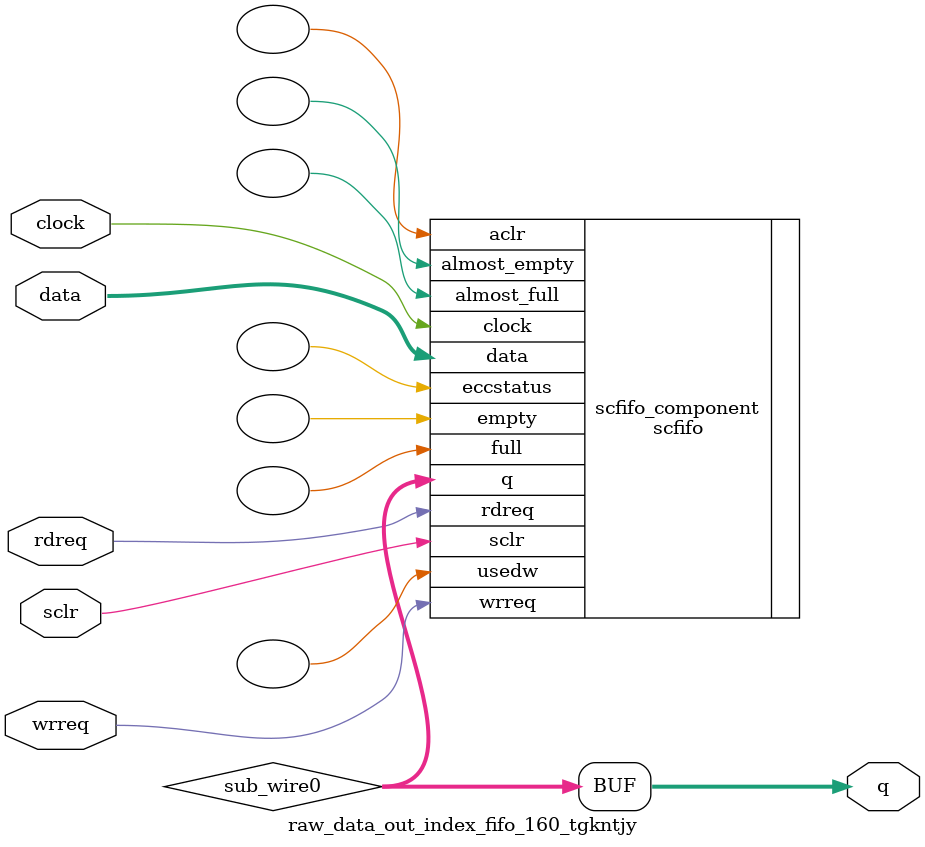
<source format=v>



`timescale 1 ps / 1 ps
// synopsys translate_on
module  raw_data_out_index_fifo_160_tgkntjy  (
    clock,
    data,
    rdreq,
    sclr,
    wrreq,
    q);

    input    clock;
    input  [9:0]  data;
    input    rdreq;
    input    sclr;
    input    wrreq;
    output [9:0]  q;

    wire [9:0] sub_wire0;
    wire [9:0] q = sub_wire0[9:0];

    scfifo  scfifo_component (
                .clock (clock),
                .data (data),
                .rdreq (rdreq),
                .sclr (sclr),
                .wrreq (wrreq),
                .q (sub_wire0),
                .aclr (),
                .almost_empty (),
                .almost_full (),
                .eccstatus (),
                .empty (),
                .full (),
                .usedw ());
    defparam
        scfifo_component.add_ram_output_register  = "ON",
        scfifo_component.enable_ecc  = "FALSE",
        scfifo_component.intended_device_family  = "Arria 10",
        scfifo_component.lpm_numwords  = 4096,
        scfifo_component.lpm_showahead  = "OFF",
        scfifo_component.lpm_type  = "scfifo",
        scfifo_component.lpm_width  = 10,
        scfifo_component.lpm_widthu  = 12,
        scfifo_component.overflow_checking  = "ON",
        scfifo_component.underflow_checking  = "ON",
        scfifo_component.use_eab  = "ON";


endmodule



</source>
